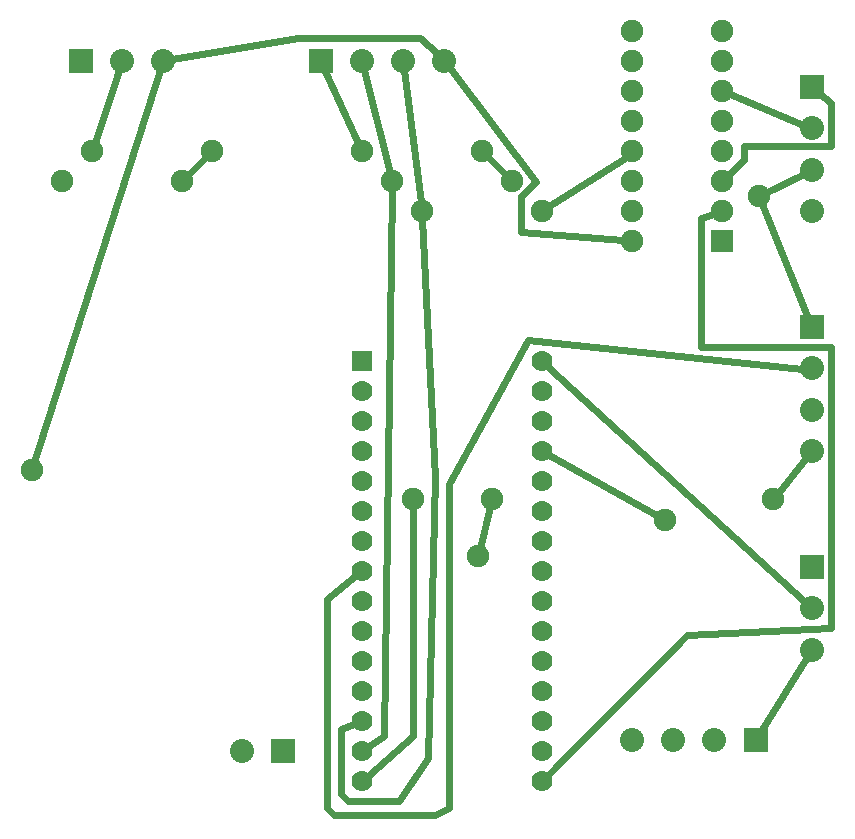
<source format=gtl>
G04 MADE WITH FRITZING*
G04 WWW.FRITZING.ORG*
G04 DOUBLE SIDED*
G04 HOLES PLATED*
G04 CONTOUR ON CENTER OF CONTOUR VECTOR*
%ASAXBY*%
%FSLAX23Y23*%
%MOIN*%
%OFA0B0*%
%SFA1.0B1.0*%
%ADD10C,0.070000*%
%ADD11C,0.080000*%
%ADD12C,0.075000*%
%ADD13C,0.075433*%
%ADD14R,0.069972X0.070000*%
%ADD15R,0.080000X0.080000*%
%ADD16R,0.075000X0.075000*%
%ADD17C,0.024000*%
%LNCOPPER1*%
G90*
G70*
G54D10*
X1353Y1556D03*
X1353Y1456D03*
X1353Y1356D03*
X1353Y1256D03*
X1353Y1156D03*
X1353Y1056D03*
X1353Y956D03*
X1353Y856D03*
X1353Y756D03*
X1353Y656D03*
X1353Y556D03*
X1353Y456D03*
X1353Y356D03*
X1353Y256D03*
X1353Y156D03*
X1953Y1556D03*
X1953Y1456D03*
X1953Y1356D03*
X1953Y1256D03*
X1953Y1156D03*
X1953Y1056D03*
X1953Y956D03*
X1953Y856D03*
X1953Y756D03*
X1953Y656D03*
X1953Y556D03*
X1953Y456D03*
X1953Y356D03*
X1953Y256D03*
X1953Y156D03*
G54D11*
X2853Y870D03*
X2853Y732D03*
X2853Y594D03*
G54D12*
X2553Y1956D03*
X2253Y1956D03*
X2553Y2056D03*
X2253Y2056D03*
X2553Y2156D03*
X2253Y2156D03*
X2553Y2256D03*
X2253Y2256D03*
X2553Y2356D03*
X2253Y2356D03*
X2553Y2456D03*
X2253Y2456D03*
X2553Y2556D03*
X2253Y2556D03*
X2553Y2656D03*
X2253Y2656D03*
G54D11*
X2853Y2470D03*
X2853Y2332D03*
X2853Y2194D03*
X2853Y2056D03*
X1091Y256D03*
X953Y256D03*
X2853Y1670D03*
X2853Y1532D03*
X2853Y1394D03*
X2853Y1256D03*
X2666Y294D03*
X2528Y294D03*
X2391Y294D03*
X2253Y294D03*
X1215Y2556D03*
X1353Y2556D03*
X1491Y2556D03*
X1628Y2556D03*
X415Y2556D03*
X553Y2556D03*
X691Y2556D03*
G54D12*
X353Y2156D03*
X753Y2156D03*
X453Y2256D03*
X853Y2256D03*
X1353Y2256D03*
X1753Y2256D03*
X1453Y2156D03*
X1853Y2156D03*
X1553Y2056D03*
X1953Y2056D03*
G54D13*
X1740Y905D03*
X1788Y1097D03*
X252Y1193D03*
X2364Y1025D03*
X2724Y1097D03*
X2676Y2105D03*
X1524Y1097D03*
G54D14*
X1353Y1556D03*
G54D15*
X2853Y870D03*
G54D16*
X2553Y1956D03*
G54D15*
X2853Y2470D03*
X1091Y256D03*
X2853Y1670D03*
X2666Y294D03*
X1215Y2556D03*
X415Y2556D03*
G54D17*
X2824Y2344D02*
X2579Y2445D01*
D02*
X2877Y2450D02*
X2916Y2417D01*
X2916Y2417D02*
X2916Y2273D01*
X2916Y2273D02*
X2628Y2273D01*
X2628Y2273D02*
X2628Y2225D01*
X2628Y2225D02*
X2574Y2176D01*
D02*
X2830Y753D02*
X1974Y1537D01*
D02*
X1446Y2184D02*
X1360Y2526D01*
D02*
X1377Y272D02*
X1428Y305D01*
X1428Y305D02*
X1452Y2128D01*
D02*
X1341Y2282D02*
X1228Y2528D01*
D02*
X1375Y175D02*
X1524Y305D01*
X1524Y305D02*
X1524Y1068D01*
D02*
X1549Y2085D02*
X1494Y2526D01*
D02*
X1326Y346D02*
X1284Y329D01*
X1284Y329D02*
X1284Y113D01*
X1284Y113D02*
X1308Y89D01*
X1308Y89D02*
X1476Y89D01*
X1476Y89D02*
X1572Y233D01*
X1572Y233D02*
X1596Y1169D01*
X1596Y1169D02*
X1554Y2028D01*
D02*
X543Y2527D02*
X462Y2284D01*
D02*
X1330Y838D02*
X1236Y761D01*
X1236Y761D02*
X1236Y65D01*
X1236Y65D02*
X1260Y41D01*
X1260Y41D02*
X1596Y41D01*
X1596Y41D02*
X1644Y65D01*
X1644Y65D02*
X1644Y1145D01*
X1644Y1145D02*
X1908Y1625D01*
X1908Y1625D02*
X2820Y1529D01*
X2820Y1529D02*
X2822Y1529D01*
D02*
X1973Y177D02*
X2436Y641D01*
X2436Y641D02*
X2916Y665D01*
X2916Y665D02*
X2916Y1601D01*
X2916Y1601D02*
X2484Y1601D01*
X2484Y1601D02*
X2484Y2033D01*
X2484Y2033D02*
X2526Y2047D01*
D02*
X1781Y1069D02*
X1747Y933D01*
D02*
X1833Y2177D02*
X1773Y2236D01*
D02*
X2232Y2237D02*
X2220Y2225D01*
X2220Y2225D02*
X1977Y2072D01*
D02*
X2825Y2180D02*
X2702Y2118D01*
D02*
X2841Y1699D02*
X2687Y2078D01*
D02*
X773Y2177D02*
X833Y2236D01*
D02*
X2683Y321D02*
X2836Y568D01*
D02*
X2742Y1119D02*
X2833Y1232D01*
D02*
X1978Y1242D02*
X2339Y1039D01*
D02*
X1647Y2532D02*
X1932Y2153D01*
X1932Y2153D02*
X1884Y2105D01*
X1884Y2105D02*
X1884Y1985D01*
X1884Y1985D02*
X2224Y1959D01*
D02*
X721Y2562D02*
X1140Y2633D01*
X1140Y2633D02*
X1548Y2633D01*
X1548Y2633D02*
X1606Y2578D01*
D02*
X261Y1220D02*
X681Y2527D01*
G04 End of Copper1*
M02*
</source>
